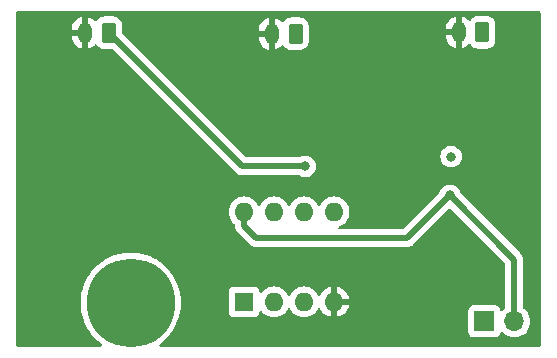
<source format=gbr>
%TF.GenerationSoftware,KiCad,Pcbnew,7.0.2*%
%TF.CreationDate,2023-10-13T13:02:29+05:00*%
%TF.ProjectId,IM100_Override,494d3130-305f-44f7-9665-72726964652e,V1.0*%
%TF.SameCoordinates,Original*%
%TF.FileFunction,Copper,L2,Bot*%
%TF.FilePolarity,Positive*%
%FSLAX46Y46*%
G04 Gerber Fmt 4.6, Leading zero omitted, Abs format (unit mm)*
G04 Created by KiCad (PCBNEW 7.0.2) date 2023-10-13 13:02:29*
%MOMM*%
%LPD*%
G01*
G04 APERTURE LIST*
G04 Aperture macros list*
%AMRoundRect*
0 Rectangle with rounded corners*
0 $1 Rounding radius*
0 $2 $3 $4 $5 $6 $7 $8 $9 X,Y pos of 4 corners*
0 Add a 4 corners polygon primitive as box body*
4,1,4,$2,$3,$4,$5,$6,$7,$8,$9,$2,$3,0*
0 Add four circle primitives for the rounded corners*
1,1,$1+$1,$2,$3*
1,1,$1+$1,$4,$5*
1,1,$1+$1,$6,$7*
1,1,$1+$1,$8,$9*
0 Add four rect primitives between the rounded corners*
20,1,$1+$1,$2,$3,$4,$5,0*
20,1,$1+$1,$4,$5,$6,$7,0*
20,1,$1+$1,$6,$7,$8,$9,0*
20,1,$1+$1,$8,$9,$2,$3,0*%
G04 Aperture macros list end*
%TA.AperFunction,ComponentPad*%
%ADD10RoundRect,0.250000X0.350000X0.625000X-0.350000X0.625000X-0.350000X-0.625000X0.350000X-0.625000X0*%
%TD*%
%TA.AperFunction,ComponentPad*%
%ADD11O,1.200000X1.750000*%
%TD*%
%TA.AperFunction,ComponentPad*%
%ADD12C,7.500000*%
%TD*%
%TA.AperFunction,ComponentPad*%
%ADD13R,1.600000X1.600000*%
%TD*%
%TA.AperFunction,ComponentPad*%
%ADD14O,1.600000X1.600000*%
%TD*%
%TA.AperFunction,ComponentPad*%
%ADD15R,1.700000X1.700000*%
%TD*%
%TA.AperFunction,ComponentPad*%
%ADD16O,1.700000X1.700000*%
%TD*%
%TA.AperFunction,ViaPad*%
%ADD17C,0.800000*%
%TD*%
%TA.AperFunction,Conductor*%
%ADD18C,0.500000*%
%TD*%
G04 APERTURE END LIST*
D10*
%TO.P,J1,1*%
%TO.N,+BATT*%
X139770000Y-82095000D03*
D11*
%TO.P,J1,2*%
%TO.N,GND*%
X137770000Y-82095000D03*
%TD*%
D12*
%TO.P,H1,*%
%TO.N,*%
X110000000Y-105000000D03*
%TD*%
D10*
%TO.P,J3,1*%
%TO.N,VALVE*%
X123950000Y-82210000D03*
D11*
%TO.P,J3,2*%
%TO.N,GND*%
X121950000Y-82210000D03*
%TD*%
D10*
%TO.P,J2,1*%
%TO.N,SHUTTER*%
X108125000Y-82125000D03*
D11*
%TO.P,J2,2*%
%TO.N,GND*%
X106125000Y-82125000D03*
%TD*%
D13*
%TO.P,U1,1,~{RESET}/PB5*%
%TO.N,unconnected-(U1-~{RESET}{slash}PB5-Pad1)*%
X119590000Y-104920000D03*
D14*
%TO.P,U1,2,PB3*%
%TO.N,Net-(U1-PB3)*%
X122130000Y-104920000D03*
%TO.P,U1,3,PB4*%
%TO.N,Net-(U1-PB4)*%
X124670000Y-104920000D03*
%TO.P,U1,4,GND*%
%TO.N,GND*%
X127210000Y-104920000D03*
%TO.P,U1,5,PB0*%
%TO.N,Net-(U1-PB0)*%
X127210000Y-97300000D03*
%TO.P,U1,6,PB1*%
%TO.N,Net-(U1-PB1)*%
X124670000Y-97300000D03*
%TO.P,U1,7,PB2*%
%TO.N,Net-(U1-PB2)*%
X122130000Y-97300000D03*
%TO.P,U1,8,VCC*%
%TO.N,+3V3*%
X119590000Y-97300000D03*
%TD*%
D15*
%TO.P,NTC1,1*%
%TO.N,Net-(U1-PB4)*%
X139930000Y-106570000D03*
D16*
%TO.P,NTC1,2*%
%TO.N,+3V3*%
X142470000Y-106570000D03*
%TD*%
D17*
%TO.N,GND*%
X143010000Y-98730000D03*
X116420000Y-82350000D03*
X139594680Y-94962446D03*
X129455000Y-86770000D03*
X117100000Y-85660000D03*
X134265000Y-95310000D03*
X139437517Y-90444006D03*
X116675000Y-93975000D03*
X114015000Y-91315000D03*
X113310000Y-82205000D03*
X134935000Y-103285000D03*
X132800000Y-82120000D03*
X115485000Y-102970000D03*
X116025000Y-106280000D03*
X119000000Y-88350000D03*
X140710000Y-90455000D03*
X135075000Y-99680000D03*
X113675000Y-95135000D03*
X141140000Y-94990000D03*
X129745000Y-82065000D03*
X130530000Y-94605000D03*
X120720000Y-107720000D03*
%TO.N,+3V3*%
X137119360Y-92624644D03*
X137015000Y-95890000D03*
%TO.N,SHUTTER*%
X124765000Y-93445000D03*
%TD*%
D18*
%TO.N,+3V3*%
X119590000Y-97300000D02*
X119590000Y-98480000D01*
X142470000Y-106570000D02*
X142470000Y-101345000D01*
X133385000Y-99520000D02*
X137015000Y-95890000D01*
X119590000Y-98480000D02*
X120630000Y-99520000D01*
X142470000Y-101345000D02*
X137015000Y-95890000D01*
X120630000Y-99520000D02*
X133385000Y-99520000D01*
%TO.N,SHUTTER*%
X119445000Y-93445000D02*
X124765000Y-93445000D01*
X108125000Y-82125000D02*
X119445000Y-93445000D01*
%TD*%
%TA.AperFunction,Conductor*%
%TO.N,GND*%
G36*
X144642539Y-80320185D02*
G01*
X144688294Y-80372989D01*
X144699500Y-80424500D01*
X144699500Y-108575500D01*
X144679815Y-108642539D01*
X144627011Y-108688294D01*
X144575500Y-108699500D01*
X112527736Y-108699500D01*
X112460697Y-108679815D01*
X112414942Y-108627011D01*
X112404998Y-108557853D01*
X112434023Y-108494297D01*
X112460695Y-108471185D01*
X112468328Y-108466281D01*
X112786642Y-108215956D01*
X113079720Y-107936507D01*
X113344907Y-107630464D01*
X113579803Y-107300600D01*
X113782279Y-106949900D01*
X113950503Y-106581543D01*
X114082950Y-106198862D01*
X114178421Y-105805325D01*
X114184280Y-105764578D01*
X118289500Y-105764578D01*
X118289501Y-105767872D01*
X118289853Y-105771152D01*
X118289854Y-105771159D01*
X118293212Y-105802398D01*
X118295909Y-105827483D01*
X118346204Y-105962331D01*
X118432454Y-106077546D01*
X118547669Y-106163796D01*
X118682517Y-106214091D01*
X118742127Y-106220500D01*
X120437872Y-106220499D01*
X120497483Y-106214091D01*
X120632331Y-106163796D01*
X120747546Y-106077546D01*
X120833796Y-105962331D01*
X120884091Y-105827483D01*
X120887862Y-105792404D01*
X120914598Y-105727856D01*
X120971989Y-105688006D01*
X121041814Y-105685511D01*
X121101904Y-105721162D01*
X121112726Y-105734537D01*
X121129953Y-105759140D01*
X121290859Y-105920046D01*
X121477264Y-106050567D01*
X121477265Y-106050567D01*
X121477266Y-106050568D01*
X121683504Y-106146739D01*
X121903308Y-106205635D01*
X122054435Y-106218856D01*
X122129999Y-106225468D01*
X122129999Y-106225467D01*
X122130000Y-106225468D01*
X122356692Y-106205635D01*
X122576496Y-106146739D01*
X122782734Y-106050568D01*
X122969139Y-105920047D01*
X123130047Y-105759139D01*
X123260568Y-105572734D01*
X123287618Y-105514724D01*
X123333790Y-105462285D01*
X123400983Y-105443133D01*
X123467865Y-105463348D01*
X123512382Y-105514725D01*
X123539431Y-105572733D01*
X123669953Y-105759140D01*
X123830859Y-105920046D01*
X124017264Y-106050567D01*
X124017265Y-106050567D01*
X124017266Y-106050568D01*
X124223504Y-106146739D01*
X124443308Y-106205635D01*
X124670000Y-106225468D01*
X124896692Y-106205635D01*
X125116496Y-106146739D01*
X125322734Y-106050568D01*
X125509139Y-105920047D01*
X125670047Y-105759139D01*
X125800568Y-105572734D01*
X125827893Y-105514134D01*
X125874065Y-105461695D01*
X125941258Y-105442543D01*
X126008139Y-105462758D01*
X126052657Y-105514133D01*
X126079866Y-105572482D01*
X126210341Y-105758819D01*
X126371180Y-105919658D01*
X126557519Y-106050134D01*
X126763673Y-106146266D01*
X126959999Y-106198871D01*
X126960000Y-106198871D01*
X126960000Y-105235686D01*
X126971955Y-105247641D01*
X127084852Y-105305165D01*
X127178519Y-105320000D01*
X127241481Y-105320000D01*
X127335148Y-105305165D01*
X127448045Y-105247641D01*
X127460000Y-105235685D01*
X127460000Y-106198871D01*
X127656326Y-106146266D01*
X127862480Y-106050134D01*
X128048819Y-105919658D01*
X128209658Y-105758819D01*
X128340134Y-105572480D01*
X128436266Y-105366326D01*
X128488872Y-105170000D01*
X127525686Y-105170000D01*
X127537641Y-105158045D01*
X127595165Y-105045148D01*
X127614986Y-104920000D01*
X127595165Y-104794852D01*
X127537641Y-104681955D01*
X127525686Y-104670000D01*
X128488872Y-104670000D01*
X128488871Y-104669999D01*
X128436266Y-104473673D01*
X128340134Y-104267519D01*
X128209658Y-104081180D01*
X128048819Y-103920341D01*
X127862480Y-103789865D01*
X127656326Y-103693733D01*
X127460000Y-103641126D01*
X127460000Y-104604314D01*
X127448045Y-104592359D01*
X127335148Y-104534835D01*
X127241481Y-104520000D01*
X127178519Y-104520000D01*
X127084852Y-104534835D01*
X126971955Y-104592359D01*
X126960000Y-104604314D01*
X126960000Y-103641126D01*
X126959999Y-103641126D01*
X126763673Y-103693733D01*
X126557519Y-103789865D01*
X126371180Y-103920341D01*
X126210341Y-104081180D01*
X126079863Y-104267522D01*
X126052656Y-104325866D01*
X126006483Y-104378305D01*
X125939290Y-104397456D01*
X125872409Y-104377239D01*
X125827893Y-104325865D01*
X125800567Y-104267264D01*
X125670046Y-104080859D01*
X125509140Y-103919953D01*
X125322735Y-103789432D01*
X125116497Y-103693261D01*
X124896689Y-103634364D01*
X124669999Y-103614531D01*
X124443310Y-103634364D01*
X124223502Y-103693261D01*
X124017264Y-103789432D01*
X123830859Y-103919953D01*
X123669953Y-104080859D01*
X123539433Y-104267263D01*
X123512382Y-104325275D01*
X123466209Y-104377714D01*
X123399015Y-104396865D01*
X123332134Y-104376649D01*
X123287618Y-104325275D01*
X123260687Y-104267522D01*
X123260568Y-104267266D01*
X123260566Y-104267263D01*
X123130046Y-104080859D01*
X122969140Y-103919953D01*
X122782735Y-103789432D01*
X122576497Y-103693261D01*
X122356689Y-103634364D01*
X122129999Y-103614531D01*
X121903310Y-103634364D01*
X121683502Y-103693261D01*
X121477264Y-103789432D01*
X121290859Y-103919953D01*
X121129951Y-104080861D01*
X121112725Y-104105463D01*
X121058148Y-104149088D01*
X120988649Y-104156280D01*
X120926295Y-104124757D01*
X120890882Y-104064527D01*
X120887861Y-104047592D01*
X120884091Y-104012517D01*
X120833796Y-103877669D01*
X120747546Y-103762454D01*
X120632331Y-103676204D01*
X120497483Y-103625909D01*
X120437873Y-103619500D01*
X120434550Y-103619500D01*
X118745439Y-103619500D01*
X118745420Y-103619500D01*
X118742128Y-103619501D01*
X118738848Y-103619853D01*
X118738840Y-103619854D01*
X118682515Y-103625909D01*
X118547669Y-103676204D01*
X118432454Y-103762454D01*
X118346204Y-103877668D01*
X118295910Y-104012515D01*
X118295909Y-104012517D01*
X118289500Y-104072127D01*
X118289500Y-104075448D01*
X118289500Y-104075449D01*
X118289500Y-105764560D01*
X118289500Y-105764578D01*
X114184280Y-105764578D01*
X114236052Y-105404494D01*
X114255320Y-105000000D01*
X114236052Y-104595506D01*
X114178421Y-104194675D01*
X114082950Y-103801138D01*
X113950503Y-103418457D01*
X113782279Y-103050100D01*
X113579803Y-102699400D01*
X113344907Y-102369536D01*
X113079720Y-102063493D01*
X112786642Y-101784044D01*
X112468328Y-101533719D01*
X112465855Y-101532129D01*
X112465847Y-101532124D01*
X112130141Y-101316379D01*
X112130134Y-101316375D01*
X112127660Y-101314785D01*
X112125052Y-101313440D01*
X112125046Y-101313437D01*
X111850560Y-101171930D01*
X111767724Y-101129225D01*
X111391779Y-100978719D01*
X111270894Y-100943224D01*
X111006066Y-100865463D01*
X111006051Y-100865459D01*
X111003230Y-100864631D01*
X111000332Y-100864072D01*
X111000326Y-100864071D01*
X110608496Y-100788552D01*
X110608493Y-100788551D01*
X110605595Y-100787993D01*
X110602675Y-100787714D01*
X110602660Y-100787712D01*
X110205411Y-100749780D01*
X110205405Y-100749779D01*
X110202476Y-100749500D01*
X109797524Y-100749500D01*
X109794595Y-100749779D01*
X109794588Y-100749780D01*
X109397339Y-100787712D01*
X109397321Y-100787714D01*
X109394405Y-100787993D01*
X109391509Y-100788551D01*
X109391503Y-100788552D01*
X108999673Y-100864071D01*
X108999663Y-100864073D01*
X108996770Y-100864631D01*
X108993952Y-100865458D01*
X108993933Y-100865463D01*
X108611047Y-100977889D01*
X108611042Y-100977890D01*
X108608221Y-100978719D01*
X108605496Y-100979809D01*
X108605490Y-100979812D01*
X108235018Y-101128127D01*
X108235013Y-101128129D01*
X108232276Y-101129225D01*
X108229655Y-101130575D01*
X108229651Y-101130578D01*
X107874953Y-101313437D01*
X107874938Y-101313445D01*
X107872340Y-101314785D01*
X107869874Y-101316369D01*
X107869858Y-101316379D01*
X107534152Y-101532124D01*
X107534134Y-101532136D01*
X107531672Y-101533719D01*
X107529374Y-101535526D01*
X107529363Y-101535534D01*
X107215670Y-101782225D01*
X107215659Y-101782233D01*
X107213358Y-101784044D01*
X107211235Y-101786067D01*
X107211226Y-101786076D01*
X106922404Y-102061467D01*
X106922395Y-102061475D01*
X106920280Y-102063493D01*
X106918359Y-102065709D01*
X106918358Y-102065711D01*
X106657022Y-102367309D01*
X106657015Y-102367317D01*
X106655093Y-102369536D01*
X106653391Y-102371925D01*
X106653380Y-102371940D01*
X106421914Y-102696987D01*
X106421902Y-102697005D01*
X106420197Y-102699400D01*
X106418725Y-102701949D01*
X106418717Y-102701962D01*
X106219197Y-103047543D01*
X106217721Y-103050100D01*
X106216504Y-103052762D01*
X106216494Y-103052784D01*
X106050723Y-103415770D01*
X106050715Y-103415789D01*
X106049497Y-103418457D01*
X106048535Y-103421236D01*
X106048530Y-103421249D01*
X105918018Y-103798339D01*
X105918013Y-103798353D01*
X105917050Y-103801138D01*
X105916354Y-103804004D01*
X105916353Y-103804010D01*
X105822275Y-104191803D01*
X105822272Y-104191817D01*
X105821579Y-104194675D01*
X105821159Y-104197594D01*
X105821158Y-104197601D01*
X105764366Y-104592593D01*
X105764364Y-104592610D01*
X105763948Y-104595506D01*
X105763808Y-104598438D01*
X105763808Y-104598442D01*
X105760399Y-104670000D01*
X105744680Y-105000000D01*
X105763948Y-105404494D01*
X105764364Y-105407391D01*
X105764366Y-105407406D01*
X105819722Y-105792408D01*
X105821579Y-105805325D01*
X105822273Y-105808186D01*
X105822275Y-105808196D01*
X105859668Y-105962330D01*
X105917050Y-106198862D01*
X105918015Y-106201652D01*
X105918018Y-106201660D01*
X106045502Y-106570000D01*
X106049497Y-106581543D01*
X106050718Y-106584217D01*
X106050723Y-106584229D01*
X106216494Y-106947215D01*
X106216500Y-106947228D01*
X106217721Y-106949900D01*
X106326408Y-107138152D01*
X106389728Y-107247827D01*
X106420197Y-107300600D01*
X106421908Y-107303003D01*
X106421914Y-107303012D01*
X106653380Y-107628059D01*
X106655093Y-107630464D01*
X106920280Y-107936507D01*
X107213358Y-108215956D01*
X107531672Y-108466281D01*
X107539302Y-108471185D01*
X107585058Y-108523987D01*
X107595002Y-108593145D01*
X107565978Y-108656701D01*
X107507200Y-108694477D01*
X107472264Y-108699500D01*
X100424500Y-108699500D01*
X100357461Y-108679815D01*
X100311706Y-108627011D01*
X100300500Y-108575500D01*
X100300500Y-97299999D01*
X118284531Y-97299999D01*
X118304364Y-97526689D01*
X118363261Y-97746497D01*
X118459432Y-97952735D01*
X118589953Y-98139140D01*
X118750858Y-98300045D01*
X118785244Y-98324122D01*
X118828870Y-98378699D01*
X118836813Y-98443665D01*
X118834710Y-98458019D01*
X118839028Y-98507368D01*
X118839500Y-98518175D01*
X118839500Y-98523709D01*
X118839916Y-98527272D01*
X118839917Y-98527282D01*
X118843098Y-98554496D01*
X118843464Y-98558082D01*
X118850109Y-98634041D01*
X118854329Y-98653071D01*
X118854758Y-98654251D01*
X118854759Y-98654255D01*
X118880413Y-98724742D01*
X118881582Y-98728107D01*
X118905580Y-98800524D01*
X118914075Y-98818072D01*
X118955979Y-98881784D01*
X118957889Y-98884782D01*
X118987480Y-98932756D01*
X118997952Y-98949733D01*
X119010248Y-98964826D01*
X119011169Y-98965695D01*
X119011170Y-98965696D01*
X119065746Y-99017185D01*
X119068298Y-99019665D01*
X120054269Y-100005637D01*
X120066049Y-100019268D01*
X120080390Y-100038530D01*
X120087253Y-100044289D01*
X120118339Y-100070373D01*
X120126314Y-100077681D01*
X120130223Y-100081590D01*
X120133055Y-100083829D01*
X120133065Y-100083838D01*
X120154542Y-100100819D01*
X120157298Y-100103063D01*
X120214786Y-100151302D01*
X120214788Y-100151303D01*
X120215757Y-100152116D01*
X120232179Y-100162578D01*
X120301320Y-100194819D01*
X120304560Y-100196388D01*
X120369444Y-100228974D01*
X120372700Y-100230609D01*
X120391088Y-100237000D01*
X120392322Y-100237254D01*
X120392327Y-100237257D01*
X120465829Y-100252432D01*
X120469307Y-100253204D01*
X120497510Y-100259889D01*
X120543502Y-100270790D01*
X120562876Y-100272769D01*
X120564140Y-100272732D01*
X120564144Y-100272733D01*
X120639110Y-100270552D01*
X120642716Y-100270500D01*
X133321294Y-100270500D01*
X133339264Y-100271809D01*
X133343320Y-100272402D01*
X133363023Y-100275289D01*
X133412368Y-100270972D01*
X133423176Y-100270500D01*
X133425100Y-100270500D01*
X133428709Y-100270500D01*
X133459550Y-100266894D01*
X133463031Y-100266539D01*
X133537797Y-100259999D01*
X133537797Y-100259998D01*
X133539052Y-100259889D01*
X133558062Y-100255674D01*
X133559250Y-100255241D01*
X133559255Y-100255241D01*
X133629820Y-100229557D01*
X133633095Y-100228419D01*
X133704334Y-100204814D01*
X133704336Y-100204812D01*
X133705536Y-100204415D01*
X133723063Y-100195929D01*
X133724112Y-100195238D01*
X133724117Y-100195237D01*
X133786806Y-100154005D01*
X133789798Y-100152099D01*
X133853656Y-100112712D01*
X133853656Y-100112711D01*
X133854729Y-100112050D01*
X133869824Y-100099753D01*
X133870692Y-100098832D01*
X133870696Y-100098830D01*
X133922185Y-100044253D01*
X133924631Y-100041735D01*
X136927318Y-97039047D01*
X136988641Y-97005563D01*
X137058333Y-97010547D01*
X137102680Y-97039048D01*
X141683181Y-101619548D01*
X141716666Y-101680871D01*
X141719500Y-101707229D01*
X141719500Y-105382298D01*
X141699815Y-105449337D01*
X141666625Y-105483872D01*
X141598600Y-105531504D01*
X141476673Y-105653431D01*
X141415350Y-105686915D01*
X141345658Y-105681931D01*
X141289725Y-105640059D01*
X141272810Y-105609082D01*
X141259253Y-105572734D01*
X141223796Y-105477669D01*
X141137546Y-105362454D01*
X141022331Y-105276204D01*
X140887483Y-105225909D01*
X140827873Y-105219500D01*
X140824550Y-105219500D01*
X139035439Y-105219500D01*
X139035420Y-105219500D01*
X139032128Y-105219501D01*
X139028848Y-105219853D01*
X139028840Y-105219854D01*
X138972515Y-105225909D01*
X138837669Y-105276204D01*
X138722454Y-105362454D01*
X138636204Y-105477668D01*
X138600842Y-105572480D01*
X138585909Y-105612517D01*
X138579500Y-105672127D01*
X138579500Y-105675448D01*
X138579500Y-105675449D01*
X138579500Y-107464560D01*
X138579500Y-107464578D01*
X138579501Y-107467872D01*
X138579853Y-107471152D01*
X138579854Y-107471159D01*
X138585909Y-107527484D01*
X138611056Y-107594906D01*
X138636204Y-107662331D01*
X138722454Y-107777546D01*
X138837669Y-107863796D01*
X138972517Y-107914091D01*
X139032127Y-107920500D01*
X140827872Y-107920499D01*
X140887483Y-107914091D01*
X141022331Y-107863796D01*
X141137546Y-107777546D01*
X141223796Y-107662331D01*
X141272810Y-107530916D01*
X141314681Y-107474983D01*
X141380146Y-107450566D01*
X141448419Y-107465418D01*
X141476673Y-107486569D01*
X141598599Y-107608495D01*
X141792170Y-107744035D01*
X142006337Y-107843903D01*
X142234592Y-107905063D01*
X142470000Y-107925659D01*
X142705408Y-107905063D01*
X142933663Y-107843903D01*
X143147830Y-107744035D01*
X143341401Y-107608495D01*
X143508495Y-107441401D01*
X143644035Y-107247830D01*
X143743903Y-107033663D01*
X143805063Y-106805408D01*
X143825659Y-106570000D01*
X143805063Y-106334592D01*
X143743903Y-106106337D01*
X143644035Y-105892171D01*
X143508495Y-105698599D01*
X143341401Y-105531505D01*
X143316591Y-105514133D01*
X143273375Y-105483872D01*
X143229751Y-105429295D01*
X143220500Y-105382298D01*
X143220500Y-101408705D01*
X143221809Y-101390735D01*
X143221961Y-101389691D01*
X143225289Y-101366977D01*
X143220972Y-101317629D01*
X143220500Y-101306823D01*
X143220500Y-101304901D01*
X143220500Y-101301291D01*
X143216903Y-101270520D01*
X143216536Y-101266929D01*
X143209889Y-101190949D01*
X143205672Y-101171930D01*
X143190621Y-101130578D01*
X143179591Y-101100273D01*
X143178408Y-101096868D01*
X143154417Y-101024468D01*
X143145929Y-101006936D01*
X143145237Y-101005884D01*
X143145237Y-101005883D01*
X143103999Y-100943184D01*
X143102087Y-100940181D01*
X143062050Y-100875270D01*
X143049750Y-100860172D01*
X142994290Y-100807848D01*
X142991703Y-100805335D01*
X137927771Y-95741403D01*
X137897521Y-95692040D01*
X137842179Y-95521715D01*
X137747533Y-95357783D01*
X137620870Y-95217110D01*
X137467730Y-95105848D01*
X137294802Y-95028855D01*
X137109648Y-94989500D01*
X137109646Y-94989500D01*
X136920354Y-94989500D01*
X136920352Y-94989500D01*
X136735197Y-95028855D01*
X136562269Y-95105848D01*
X136409129Y-95217110D01*
X136282466Y-95357783D01*
X136187821Y-95521714D01*
X136132478Y-95692040D01*
X136102228Y-95741402D01*
X133110451Y-98733181D01*
X133049128Y-98766666D01*
X133022770Y-98769500D01*
X127692374Y-98769500D01*
X127625335Y-98749815D01*
X127579580Y-98697011D01*
X127569636Y-98627853D01*
X127598661Y-98564297D01*
X127647425Y-98532957D01*
X127646664Y-98531324D01*
X127712238Y-98500745D01*
X127862734Y-98430568D01*
X128049139Y-98300047D01*
X128210047Y-98139139D01*
X128340568Y-97952734D01*
X128436739Y-97746496D01*
X128495635Y-97526692D01*
X128515468Y-97300000D01*
X128495635Y-97073308D01*
X128436739Y-96853504D01*
X128340568Y-96647266D01*
X128210047Y-96460861D01*
X128210046Y-96460859D01*
X128049140Y-96299953D01*
X127862735Y-96169432D01*
X127656497Y-96073261D01*
X127436689Y-96014364D01*
X127209999Y-95994531D01*
X126983310Y-96014364D01*
X126763502Y-96073261D01*
X126557264Y-96169432D01*
X126370859Y-96299953D01*
X126209953Y-96460859D01*
X126079431Y-96647266D01*
X126052380Y-96705276D01*
X126006207Y-96757714D01*
X125939013Y-96776865D01*
X125872132Y-96756648D01*
X125827617Y-96705273D01*
X125800568Y-96647266D01*
X125670046Y-96460859D01*
X125509140Y-96299953D01*
X125322735Y-96169432D01*
X125116497Y-96073261D01*
X124896689Y-96014364D01*
X124670000Y-95994531D01*
X124443310Y-96014364D01*
X124223502Y-96073261D01*
X124017264Y-96169432D01*
X123830859Y-96299953D01*
X123669953Y-96460859D01*
X123539433Y-96647263D01*
X123512382Y-96705275D01*
X123466209Y-96757714D01*
X123399015Y-96776865D01*
X123332134Y-96756649D01*
X123287618Y-96705275D01*
X123287617Y-96705273D01*
X123260568Y-96647266D01*
X123130047Y-96460861D01*
X123130046Y-96460859D01*
X122969140Y-96299953D01*
X122782735Y-96169432D01*
X122576497Y-96073261D01*
X122356689Y-96014364D01*
X122129999Y-95994531D01*
X121903310Y-96014364D01*
X121683502Y-96073261D01*
X121477264Y-96169432D01*
X121290859Y-96299953D01*
X121129953Y-96460859D01*
X120999433Y-96647263D01*
X120972382Y-96705275D01*
X120926209Y-96757714D01*
X120859015Y-96776865D01*
X120792134Y-96756649D01*
X120747618Y-96705275D01*
X120747617Y-96705273D01*
X120720568Y-96647266D01*
X120590047Y-96460861D01*
X120590046Y-96460859D01*
X120429140Y-96299953D01*
X120242735Y-96169432D01*
X120036497Y-96073261D01*
X119816689Y-96014364D01*
X119589999Y-95994531D01*
X119363310Y-96014364D01*
X119143502Y-96073261D01*
X118937264Y-96169432D01*
X118750859Y-96299953D01*
X118589953Y-96460859D01*
X118459432Y-96647264D01*
X118363261Y-96853502D01*
X118304364Y-97073310D01*
X118284531Y-97299999D01*
X100300500Y-97299999D01*
X100300500Y-82449450D01*
X105025000Y-82449450D01*
X105025281Y-82455359D01*
X105039964Y-82609120D01*
X105099149Y-82810687D01*
X105195412Y-82997412D01*
X105325269Y-83162538D01*
X105484036Y-83300111D01*
X105665963Y-83405146D01*
X105864485Y-83473855D01*
X105875000Y-83475366D01*
X105874999Y-82405617D01*
X105944052Y-82459363D01*
X106062424Y-82500000D01*
X106156073Y-82500000D01*
X106248446Y-82484586D01*
X106358514Y-82425019D01*
X106375000Y-82407110D01*
X106375000Y-83471257D01*
X106486410Y-83444229D01*
X106677505Y-83356960D01*
X106848624Y-83235105D01*
X106946479Y-83132478D01*
X107006987Y-83097543D01*
X107076778Y-83100867D01*
X107133692Y-83141395D01*
X107141761Y-83152951D01*
X107182288Y-83218657D01*
X107306342Y-83342711D01*
X107306344Y-83342712D01*
X107455666Y-83434814D01*
X107567016Y-83471712D01*
X107622202Y-83489999D01*
X107721858Y-83500180D01*
X107721859Y-83500180D01*
X107724991Y-83500500D01*
X108387769Y-83500499D01*
X108454808Y-83520183D01*
X108475450Y-83536818D01*
X118869267Y-93930634D01*
X118881048Y-93944266D01*
X118895389Y-93963529D01*
X118933339Y-93995373D01*
X118941314Y-94002681D01*
X118945224Y-94006591D01*
X118948056Y-94008830D01*
X118969541Y-94025818D01*
X118972304Y-94028069D01*
X119029786Y-94076302D01*
X119029788Y-94076303D01*
X119030750Y-94077110D01*
X119047180Y-94087578D01*
X119048322Y-94088110D01*
X119048323Y-94088111D01*
X119116350Y-94119832D01*
X119119527Y-94121371D01*
X119186567Y-94155040D01*
X119187702Y-94155610D01*
X119206085Y-94161999D01*
X119207322Y-94162254D01*
X119207328Y-94162257D01*
X119280852Y-94177437D01*
X119284286Y-94178199D01*
X119330566Y-94189168D01*
X119358506Y-94195791D01*
X119377879Y-94197770D01*
X119379141Y-94197733D01*
X119379145Y-94197734D01*
X119451534Y-94195627D01*
X119454132Y-94195552D01*
X119457738Y-94195500D01*
X124225663Y-94195500D01*
X124292702Y-94215185D01*
X124298550Y-94219183D01*
X124312271Y-94229152D01*
X124485197Y-94306144D01*
X124670352Y-94345500D01*
X124670354Y-94345500D01*
X124859648Y-94345500D01*
X124983083Y-94319262D01*
X125044803Y-94306144D01*
X125217730Y-94229151D01*
X125236953Y-94215185D01*
X125370870Y-94117889D01*
X125451719Y-94028098D01*
X125497533Y-93977216D01*
X125592179Y-93813284D01*
X125650674Y-93633256D01*
X125670460Y-93445000D01*
X125650674Y-93256744D01*
X125592179Y-93076716D01*
X125592179Y-93076715D01*
X125497533Y-92912783D01*
X125370870Y-92772110D01*
X125217730Y-92660848D01*
X125136415Y-92624644D01*
X136213900Y-92624644D01*
X136233686Y-92812901D01*
X136292180Y-92992928D01*
X136386826Y-93156860D01*
X136513489Y-93297533D01*
X136666629Y-93408795D01*
X136839557Y-93485788D01*
X137024712Y-93525144D01*
X137024714Y-93525144D01*
X137214008Y-93525144D01*
X137337443Y-93498906D01*
X137399163Y-93485788D01*
X137572090Y-93408795D01*
X137725231Y-93297532D01*
X137851893Y-93156860D01*
X137946539Y-92992928D01*
X138005034Y-92812900D01*
X138024820Y-92624644D01*
X138005034Y-92436388D01*
X137946539Y-92256360D01*
X137946539Y-92256359D01*
X137851893Y-92092427D01*
X137725230Y-91951754D01*
X137572090Y-91840492D01*
X137399162Y-91763499D01*
X137214008Y-91724144D01*
X137214006Y-91724144D01*
X137024714Y-91724144D01*
X137024712Y-91724144D01*
X136839557Y-91763499D01*
X136666629Y-91840492D01*
X136513489Y-91951754D01*
X136386826Y-92092427D01*
X136292180Y-92256359D01*
X136233686Y-92436386D01*
X136213900Y-92624644D01*
X125136415Y-92624644D01*
X125044802Y-92583855D01*
X124859648Y-92544500D01*
X124859646Y-92544500D01*
X124670354Y-92544500D01*
X124670352Y-92544500D01*
X124485197Y-92583855D01*
X124312271Y-92660847D01*
X124298550Y-92670817D01*
X124232744Y-92694298D01*
X124225663Y-92694500D01*
X119807229Y-92694500D01*
X119740190Y-92674815D01*
X119719548Y-92658181D01*
X109595818Y-82534450D01*
X120850000Y-82534450D01*
X120850281Y-82540359D01*
X120864964Y-82694120D01*
X120924149Y-82895687D01*
X121020412Y-83082412D01*
X121150269Y-83247538D01*
X121309036Y-83385111D01*
X121490963Y-83490146D01*
X121689485Y-83558855D01*
X121700000Y-83560366D01*
X121700000Y-82490617D01*
X121769052Y-82544363D01*
X121887424Y-82585000D01*
X121981073Y-82585000D01*
X122073446Y-82569586D01*
X122183514Y-82510019D01*
X122200000Y-82492110D01*
X122200000Y-83556257D01*
X122311410Y-83529229D01*
X122502505Y-83441960D01*
X122673624Y-83320105D01*
X122771479Y-83217478D01*
X122831987Y-83182543D01*
X122901778Y-83185867D01*
X122958692Y-83226395D01*
X122966761Y-83237951D01*
X123007288Y-83303657D01*
X123131342Y-83427711D01*
X123142858Y-83434814D01*
X123280666Y-83519814D01*
X123392016Y-83556712D01*
X123447202Y-83574999D01*
X123546858Y-83585180D01*
X123546859Y-83585180D01*
X123549991Y-83585500D01*
X124350008Y-83585499D01*
X124452797Y-83574999D01*
X124619334Y-83519814D01*
X124768656Y-83427712D01*
X124892712Y-83303656D01*
X124984814Y-83154334D01*
X125039999Y-82987797D01*
X125050500Y-82885009D01*
X125050500Y-82419450D01*
X136670000Y-82419450D01*
X136670281Y-82425359D01*
X136684964Y-82579120D01*
X136744149Y-82780687D01*
X136840412Y-82967412D01*
X136970269Y-83132538D01*
X137129036Y-83270111D01*
X137310963Y-83375146D01*
X137509485Y-83443855D01*
X137520000Y-83445366D01*
X137520000Y-82375617D01*
X137589052Y-82429363D01*
X137707424Y-82470000D01*
X137801073Y-82470000D01*
X137893446Y-82454586D01*
X138003514Y-82395019D01*
X138020000Y-82377110D01*
X138020000Y-83441257D01*
X138131410Y-83414229D01*
X138322505Y-83326960D01*
X138493624Y-83205105D01*
X138591479Y-83102478D01*
X138651987Y-83067543D01*
X138721778Y-83070867D01*
X138778692Y-83111395D01*
X138786761Y-83122951D01*
X138827288Y-83188657D01*
X138951342Y-83312711D01*
X138951344Y-83312712D01*
X139100666Y-83404814D01*
X139212017Y-83441712D01*
X139267202Y-83459999D01*
X139366858Y-83470180D01*
X139366859Y-83470180D01*
X139369991Y-83470500D01*
X140170008Y-83470499D01*
X140272797Y-83459999D01*
X140439334Y-83404814D01*
X140588656Y-83312712D01*
X140712712Y-83188656D01*
X140804814Y-83039334D01*
X140859999Y-82872797D01*
X140870500Y-82770009D01*
X140870499Y-81419992D01*
X140859999Y-81317203D01*
X140804814Y-81150666D01*
X140731216Y-81031344D01*
X140712711Y-81001342D01*
X140588657Y-80877288D01*
X140439334Y-80785186D01*
X140272797Y-80730000D01*
X140173141Y-80719819D01*
X140173122Y-80719818D01*
X140170009Y-80719500D01*
X140166860Y-80719500D01*
X139373141Y-80719500D01*
X139373121Y-80719500D01*
X139369992Y-80719501D01*
X139366860Y-80719820D01*
X139366858Y-80719821D01*
X139267203Y-80730000D01*
X139100665Y-80785186D01*
X138951342Y-80877288D01*
X138827287Y-81001343D01*
X138787905Y-81065192D01*
X138735957Y-81111917D01*
X138666995Y-81123138D01*
X138602913Y-81095295D01*
X138584897Y-81076748D01*
X138569728Y-81057460D01*
X138410963Y-80919888D01*
X138229036Y-80814853D01*
X138030511Y-80746143D01*
X138020000Y-80744631D01*
X138020000Y-81814382D01*
X137950948Y-81760637D01*
X137832576Y-81720000D01*
X137738927Y-81720000D01*
X137646554Y-81735414D01*
X137536486Y-81794981D01*
X137520000Y-81812889D01*
X137520000Y-80748740D01*
X137408593Y-80775768D01*
X137217494Y-80863039D01*
X137046378Y-80984892D01*
X136901407Y-81136933D01*
X136787833Y-81313655D01*
X136709755Y-81508685D01*
X136670000Y-81714962D01*
X136670000Y-81845000D01*
X137490440Y-81845000D01*
X137451722Y-81887059D01*
X137401449Y-82001670D01*
X137391114Y-82126395D01*
X137421837Y-82247719D01*
X137485394Y-82345000D01*
X136670000Y-82345000D01*
X136670000Y-82419450D01*
X125050500Y-82419450D01*
X125050499Y-81534992D01*
X125039999Y-81432203D01*
X124984814Y-81265666D01*
X124913881Y-81150665D01*
X124892711Y-81116342D01*
X124768657Y-80992288D01*
X124619334Y-80900186D01*
X124452797Y-80845000D01*
X124353141Y-80834819D01*
X124353122Y-80834818D01*
X124350009Y-80834500D01*
X124346860Y-80834500D01*
X123553141Y-80834500D01*
X123553121Y-80834500D01*
X123549992Y-80834501D01*
X123546860Y-80834820D01*
X123546858Y-80834821D01*
X123447203Y-80845000D01*
X123280665Y-80900186D01*
X123131342Y-80992288D01*
X123007287Y-81116343D01*
X122967905Y-81180192D01*
X122915957Y-81226917D01*
X122846995Y-81238138D01*
X122782913Y-81210295D01*
X122764897Y-81191748D01*
X122749728Y-81172460D01*
X122590963Y-81034888D01*
X122409036Y-80929853D01*
X122210511Y-80861143D01*
X122200000Y-80859631D01*
X122200000Y-81929382D01*
X122130948Y-81875637D01*
X122012576Y-81835000D01*
X121918927Y-81835000D01*
X121826554Y-81850414D01*
X121716486Y-81909981D01*
X121700000Y-81927889D01*
X121700000Y-80863740D01*
X121588593Y-80890768D01*
X121397494Y-80978039D01*
X121226378Y-81099892D01*
X121081407Y-81251933D01*
X120967833Y-81428655D01*
X120889755Y-81623685D01*
X120850000Y-81829962D01*
X120850000Y-81960000D01*
X121670440Y-81960000D01*
X121631722Y-82002059D01*
X121581449Y-82116670D01*
X121571114Y-82241395D01*
X121601837Y-82362719D01*
X121665394Y-82460000D01*
X120850000Y-82460000D01*
X120850000Y-82534450D01*
X109595818Y-82534450D01*
X109261818Y-82200450D01*
X109228333Y-82139127D01*
X109225499Y-82112769D01*
X109225499Y-81453140D01*
X109225499Y-81449992D01*
X109214999Y-81347203D01*
X109159814Y-81180666D01*
X109095717Y-81076748D01*
X109067711Y-81031342D01*
X108943657Y-80907288D01*
X108794334Y-80815186D01*
X108627797Y-80760000D01*
X108528141Y-80749819D01*
X108528122Y-80749818D01*
X108525009Y-80749500D01*
X108521860Y-80749500D01*
X107728141Y-80749500D01*
X107728121Y-80749500D01*
X107724992Y-80749501D01*
X107721860Y-80749820D01*
X107721858Y-80749821D01*
X107622203Y-80760000D01*
X107455665Y-80815186D01*
X107306342Y-80907288D01*
X107182287Y-81031343D01*
X107142905Y-81095192D01*
X107090957Y-81141917D01*
X107021995Y-81153138D01*
X106957913Y-81125295D01*
X106939897Y-81106748D01*
X106924728Y-81087460D01*
X106765963Y-80949888D01*
X106584036Y-80844853D01*
X106385511Y-80776143D01*
X106375000Y-80774631D01*
X106375000Y-81844382D01*
X106305948Y-81790637D01*
X106187576Y-81750000D01*
X106093927Y-81750000D01*
X106001554Y-81765414D01*
X105891486Y-81824981D01*
X105875000Y-81842889D01*
X105875000Y-80778740D01*
X105763593Y-80805768D01*
X105572494Y-80893039D01*
X105401378Y-81014892D01*
X105256407Y-81166933D01*
X105142833Y-81343655D01*
X105064755Y-81538685D01*
X105025000Y-81744962D01*
X105025000Y-81875000D01*
X105845440Y-81875000D01*
X105806722Y-81917059D01*
X105756449Y-82031670D01*
X105746114Y-82156395D01*
X105776837Y-82277719D01*
X105840394Y-82375000D01*
X105025000Y-82375000D01*
X105025000Y-82449450D01*
X100300500Y-82449450D01*
X100300500Y-80424500D01*
X100320185Y-80357461D01*
X100372989Y-80311706D01*
X100424500Y-80300500D01*
X144575500Y-80300500D01*
X144642539Y-80320185D01*
G37*
%TD.AperFunction*%
%TD*%
M02*

</source>
